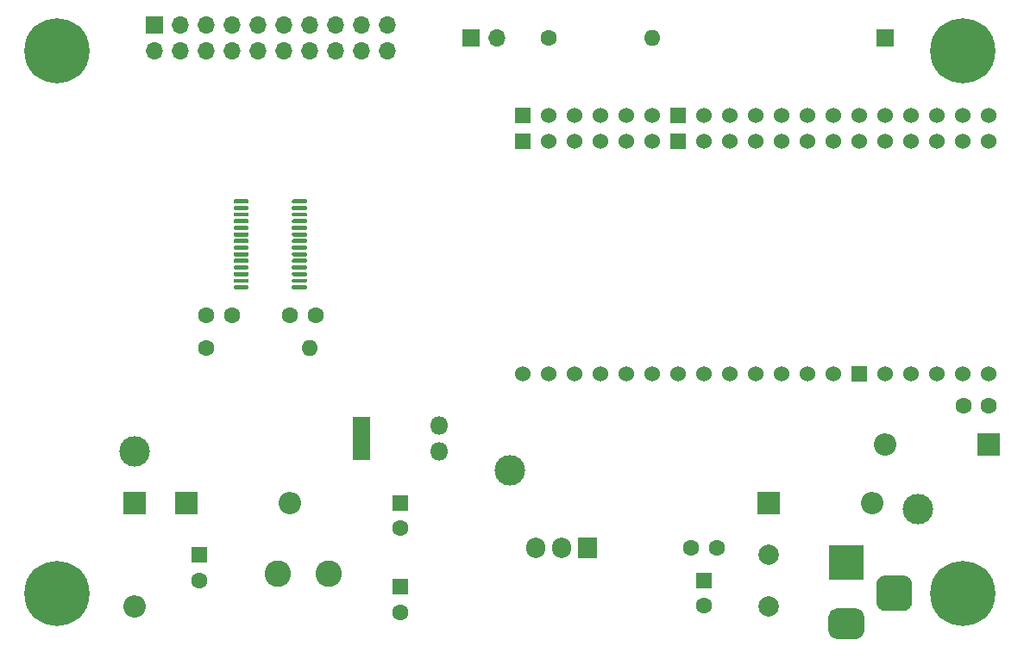
<source format=gts>
G04 #@! TF.GenerationSoftware,KiCad,Pcbnew,(5.1.10)-1*
G04 #@! TF.CreationDate,2021-09-26T16:33:56-04:00*
G04 #@! TF.ProjectId,schematics_main,73636865-6d61-4746-9963-735f6d61696e,rev?*
G04 #@! TF.SameCoordinates,Original*
G04 #@! TF.FileFunction,Soldermask,Top*
G04 #@! TF.FilePolarity,Negative*
%FSLAX46Y46*%
G04 Gerber Fmt 4.6, Leading zero omitted, Abs format (unit mm)*
G04 Created by KiCad (PCBNEW (5.1.10)-1) date 2021-09-26 16:33:56*
%MOMM*%
%LPD*%
G01*
G04 APERTURE LIST*
%ADD10R,1.524000X1.524000*%
%ADD11C,1.524000*%
%ADD12R,1.800000X1.800000*%
%ADD13O,1.800000X1.800000*%
%ADD14R,1.800000X2.800000*%
%ADD15R,1.700000X1.700000*%
%ADD16O,1.700000X1.700000*%
%ADD17C,2.600000*%
%ADD18O,1.905000X2.000000*%
%ADD19R,1.905000X2.000000*%
%ADD20C,1.600000*%
%ADD21O,1.600000X1.600000*%
%ADD22O,2.200000X2.200000*%
%ADD23R,2.200000X2.200000*%
%ADD24C,3.000000*%
%ADD25C,6.400000*%
%ADD26C,2.000000*%
%ADD27R,3.500000X3.500000*%
%ADD28R,1.600000X1.600000*%
G04 APERTURE END LIST*
D10*
X220980000Y-100965000D03*
X205740000Y-100965000D03*
D11*
X210820000Y-100965000D03*
X218440000Y-100965000D03*
X208280000Y-100965000D03*
X223520000Y-100965000D03*
X215900000Y-100965000D03*
X213360000Y-100965000D03*
X226060000Y-100965000D03*
X228600000Y-100965000D03*
X236220000Y-100965000D03*
X241300000Y-100965000D03*
X238760000Y-100965000D03*
X233680000Y-100965000D03*
X231140000Y-100965000D03*
X251460000Y-100965000D03*
X248920000Y-100965000D03*
X246380000Y-100965000D03*
X243840000Y-100965000D03*
X251460000Y-126365000D03*
X248920000Y-126365000D03*
X246380000Y-126365000D03*
X243840000Y-126365000D03*
X241300000Y-126365000D03*
D10*
X238760000Y-126365000D03*
D11*
X236220000Y-126365000D03*
X233680000Y-126365000D03*
X231140000Y-126365000D03*
X228600000Y-126365000D03*
X226060000Y-126365000D03*
X223520000Y-126365000D03*
X220980000Y-126365000D03*
X218440000Y-126365000D03*
X215900000Y-126365000D03*
X213360000Y-126365000D03*
X210820000Y-126365000D03*
X208280000Y-126365000D03*
X205740000Y-126365000D03*
X251460000Y-103505000D03*
X248920000Y-103505000D03*
X223520000Y-103505000D03*
X238760000Y-103505000D03*
X226060000Y-103505000D03*
X228600000Y-103505000D03*
X218440000Y-103505000D03*
X210820000Y-103505000D03*
X233680000Y-103505000D03*
X243840000Y-103505000D03*
X208280000Y-103505000D03*
X246380000Y-103505000D03*
X231140000Y-103505000D03*
X241300000Y-103505000D03*
X213360000Y-103505000D03*
D10*
X205740000Y-103505000D03*
D11*
X215900000Y-103505000D03*
X236220000Y-103505000D03*
D10*
X220980000Y-103505000D03*
D12*
X189865000Y-131445000D03*
D13*
X197485000Y-133985000D03*
D14*
X189865000Y-133485000D03*
D13*
X197485000Y-131445000D03*
D15*
X241300000Y-93345000D03*
D16*
X203200000Y-93345000D03*
D15*
X200660000Y-93345000D03*
D17*
X181690000Y-146050000D03*
X186690000Y-146050000D03*
D18*
X207010000Y-143510000D03*
X209550000Y-143510000D03*
D19*
X212090000Y-143510000D03*
D20*
X248960000Y-129540000D03*
X251460000Y-129540000D03*
D21*
X184785000Y-123825000D03*
D20*
X174625000Y-123825000D03*
D21*
X218440000Y-93345000D03*
D20*
X208280000Y-93345000D03*
D22*
X167640000Y-149225000D03*
D23*
X167640000Y-139065000D03*
D22*
X182880000Y-139065000D03*
D23*
X172720000Y-139065000D03*
D22*
X240030000Y-139065000D03*
D23*
X229870000Y-139065000D03*
D22*
X241300000Y-133350000D03*
D23*
X251460000Y-133350000D03*
D16*
X192405000Y-94615000D03*
X192405000Y-92075000D03*
X189865000Y-94615000D03*
X189865000Y-92075000D03*
X187325000Y-94615000D03*
X187325000Y-92075000D03*
X184785000Y-94615000D03*
X184785000Y-92075000D03*
X182245000Y-94615000D03*
X182245000Y-92075000D03*
X179705000Y-94615000D03*
X179705000Y-92075000D03*
X177165000Y-94615000D03*
X177165000Y-92075000D03*
X174625000Y-94615000D03*
X174625000Y-92075000D03*
X172085000Y-94615000D03*
X172085000Y-92075000D03*
X169545000Y-94615000D03*
D15*
X169545000Y-92075000D03*
G36*
G01*
X183080000Y-109540000D02*
X183080000Y-109340000D01*
G75*
G02*
X183180000Y-109240000I100000J0D01*
G01*
X184455000Y-109240000D01*
G75*
G02*
X184555000Y-109340000I0J-100000D01*
G01*
X184555000Y-109540000D01*
G75*
G02*
X184455000Y-109640000I-100000J0D01*
G01*
X183180000Y-109640000D01*
G75*
G02*
X183080000Y-109540000I0J100000D01*
G01*
G37*
G36*
G01*
X183080000Y-110190000D02*
X183080000Y-109990000D01*
G75*
G02*
X183180000Y-109890000I100000J0D01*
G01*
X184455000Y-109890000D01*
G75*
G02*
X184555000Y-109990000I0J-100000D01*
G01*
X184555000Y-110190000D01*
G75*
G02*
X184455000Y-110290000I-100000J0D01*
G01*
X183180000Y-110290000D01*
G75*
G02*
X183080000Y-110190000I0J100000D01*
G01*
G37*
G36*
G01*
X183080000Y-110840000D02*
X183080000Y-110640000D01*
G75*
G02*
X183180000Y-110540000I100000J0D01*
G01*
X184455000Y-110540000D01*
G75*
G02*
X184555000Y-110640000I0J-100000D01*
G01*
X184555000Y-110840000D01*
G75*
G02*
X184455000Y-110940000I-100000J0D01*
G01*
X183180000Y-110940000D01*
G75*
G02*
X183080000Y-110840000I0J100000D01*
G01*
G37*
G36*
G01*
X183080000Y-111490000D02*
X183080000Y-111290000D01*
G75*
G02*
X183180000Y-111190000I100000J0D01*
G01*
X184455000Y-111190000D01*
G75*
G02*
X184555000Y-111290000I0J-100000D01*
G01*
X184555000Y-111490000D01*
G75*
G02*
X184455000Y-111590000I-100000J0D01*
G01*
X183180000Y-111590000D01*
G75*
G02*
X183080000Y-111490000I0J100000D01*
G01*
G37*
G36*
G01*
X183080000Y-112140000D02*
X183080000Y-111940000D01*
G75*
G02*
X183180000Y-111840000I100000J0D01*
G01*
X184455000Y-111840000D01*
G75*
G02*
X184555000Y-111940000I0J-100000D01*
G01*
X184555000Y-112140000D01*
G75*
G02*
X184455000Y-112240000I-100000J0D01*
G01*
X183180000Y-112240000D01*
G75*
G02*
X183080000Y-112140000I0J100000D01*
G01*
G37*
G36*
G01*
X183080000Y-112790000D02*
X183080000Y-112590000D01*
G75*
G02*
X183180000Y-112490000I100000J0D01*
G01*
X184455000Y-112490000D01*
G75*
G02*
X184555000Y-112590000I0J-100000D01*
G01*
X184555000Y-112790000D01*
G75*
G02*
X184455000Y-112890000I-100000J0D01*
G01*
X183180000Y-112890000D01*
G75*
G02*
X183080000Y-112790000I0J100000D01*
G01*
G37*
G36*
G01*
X183080000Y-113440000D02*
X183080000Y-113240000D01*
G75*
G02*
X183180000Y-113140000I100000J0D01*
G01*
X184455000Y-113140000D01*
G75*
G02*
X184555000Y-113240000I0J-100000D01*
G01*
X184555000Y-113440000D01*
G75*
G02*
X184455000Y-113540000I-100000J0D01*
G01*
X183180000Y-113540000D01*
G75*
G02*
X183080000Y-113440000I0J100000D01*
G01*
G37*
G36*
G01*
X183080000Y-114090000D02*
X183080000Y-113890000D01*
G75*
G02*
X183180000Y-113790000I100000J0D01*
G01*
X184455000Y-113790000D01*
G75*
G02*
X184555000Y-113890000I0J-100000D01*
G01*
X184555000Y-114090000D01*
G75*
G02*
X184455000Y-114190000I-100000J0D01*
G01*
X183180000Y-114190000D01*
G75*
G02*
X183080000Y-114090000I0J100000D01*
G01*
G37*
G36*
G01*
X183080000Y-114740000D02*
X183080000Y-114540000D01*
G75*
G02*
X183180000Y-114440000I100000J0D01*
G01*
X184455000Y-114440000D01*
G75*
G02*
X184555000Y-114540000I0J-100000D01*
G01*
X184555000Y-114740000D01*
G75*
G02*
X184455000Y-114840000I-100000J0D01*
G01*
X183180000Y-114840000D01*
G75*
G02*
X183080000Y-114740000I0J100000D01*
G01*
G37*
G36*
G01*
X183080000Y-115390000D02*
X183080000Y-115190000D01*
G75*
G02*
X183180000Y-115090000I100000J0D01*
G01*
X184455000Y-115090000D01*
G75*
G02*
X184555000Y-115190000I0J-100000D01*
G01*
X184555000Y-115390000D01*
G75*
G02*
X184455000Y-115490000I-100000J0D01*
G01*
X183180000Y-115490000D01*
G75*
G02*
X183080000Y-115390000I0J100000D01*
G01*
G37*
G36*
G01*
X183080000Y-116040000D02*
X183080000Y-115840000D01*
G75*
G02*
X183180000Y-115740000I100000J0D01*
G01*
X184455000Y-115740000D01*
G75*
G02*
X184555000Y-115840000I0J-100000D01*
G01*
X184555000Y-116040000D01*
G75*
G02*
X184455000Y-116140000I-100000J0D01*
G01*
X183180000Y-116140000D01*
G75*
G02*
X183080000Y-116040000I0J100000D01*
G01*
G37*
G36*
G01*
X183080000Y-116690000D02*
X183080000Y-116490000D01*
G75*
G02*
X183180000Y-116390000I100000J0D01*
G01*
X184455000Y-116390000D01*
G75*
G02*
X184555000Y-116490000I0J-100000D01*
G01*
X184555000Y-116690000D01*
G75*
G02*
X184455000Y-116790000I-100000J0D01*
G01*
X183180000Y-116790000D01*
G75*
G02*
X183080000Y-116690000I0J100000D01*
G01*
G37*
G36*
G01*
X183080000Y-117340000D02*
X183080000Y-117140000D01*
G75*
G02*
X183180000Y-117040000I100000J0D01*
G01*
X184455000Y-117040000D01*
G75*
G02*
X184555000Y-117140000I0J-100000D01*
G01*
X184555000Y-117340000D01*
G75*
G02*
X184455000Y-117440000I-100000J0D01*
G01*
X183180000Y-117440000D01*
G75*
G02*
X183080000Y-117340000I0J100000D01*
G01*
G37*
G36*
G01*
X183080000Y-117990000D02*
X183080000Y-117790000D01*
G75*
G02*
X183180000Y-117690000I100000J0D01*
G01*
X184455000Y-117690000D01*
G75*
G02*
X184555000Y-117790000I0J-100000D01*
G01*
X184555000Y-117990000D01*
G75*
G02*
X184455000Y-118090000I-100000J0D01*
G01*
X183180000Y-118090000D01*
G75*
G02*
X183080000Y-117990000I0J100000D01*
G01*
G37*
G36*
G01*
X177355000Y-117990000D02*
X177355000Y-117790000D01*
G75*
G02*
X177455000Y-117690000I100000J0D01*
G01*
X178730000Y-117690000D01*
G75*
G02*
X178830000Y-117790000I0J-100000D01*
G01*
X178830000Y-117990000D01*
G75*
G02*
X178730000Y-118090000I-100000J0D01*
G01*
X177455000Y-118090000D01*
G75*
G02*
X177355000Y-117990000I0J100000D01*
G01*
G37*
G36*
G01*
X177355000Y-117340000D02*
X177355000Y-117140000D01*
G75*
G02*
X177455000Y-117040000I100000J0D01*
G01*
X178730000Y-117040000D01*
G75*
G02*
X178830000Y-117140000I0J-100000D01*
G01*
X178830000Y-117340000D01*
G75*
G02*
X178730000Y-117440000I-100000J0D01*
G01*
X177455000Y-117440000D01*
G75*
G02*
X177355000Y-117340000I0J100000D01*
G01*
G37*
G36*
G01*
X177355000Y-116690000D02*
X177355000Y-116490000D01*
G75*
G02*
X177455000Y-116390000I100000J0D01*
G01*
X178730000Y-116390000D01*
G75*
G02*
X178830000Y-116490000I0J-100000D01*
G01*
X178830000Y-116690000D01*
G75*
G02*
X178730000Y-116790000I-100000J0D01*
G01*
X177455000Y-116790000D01*
G75*
G02*
X177355000Y-116690000I0J100000D01*
G01*
G37*
G36*
G01*
X177355000Y-116040000D02*
X177355000Y-115840000D01*
G75*
G02*
X177455000Y-115740000I100000J0D01*
G01*
X178730000Y-115740000D01*
G75*
G02*
X178830000Y-115840000I0J-100000D01*
G01*
X178830000Y-116040000D01*
G75*
G02*
X178730000Y-116140000I-100000J0D01*
G01*
X177455000Y-116140000D01*
G75*
G02*
X177355000Y-116040000I0J100000D01*
G01*
G37*
G36*
G01*
X177355000Y-115390000D02*
X177355000Y-115190000D01*
G75*
G02*
X177455000Y-115090000I100000J0D01*
G01*
X178730000Y-115090000D01*
G75*
G02*
X178830000Y-115190000I0J-100000D01*
G01*
X178830000Y-115390000D01*
G75*
G02*
X178730000Y-115490000I-100000J0D01*
G01*
X177455000Y-115490000D01*
G75*
G02*
X177355000Y-115390000I0J100000D01*
G01*
G37*
G36*
G01*
X177355000Y-114740000D02*
X177355000Y-114540000D01*
G75*
G02*
X177455000Y-114440000I100000J0D01*
G01*
X178730000Y-114440000D01*
G75*
G02*
X178830000Y-114540000I0J-100000D01*
G01*
X178830000Y-114740000D01*
G75*
G02*
X178730000Y-114840000I-100000J0D01*
G01*
X177455000Y-114840000D01*
G75*
G02*
X177355000Y-114740000I0J100000D01*
G01*
G37*
G36*
G01*
X177355000Y-114090000D02*
X177355000Y-113890000D01*
G75*
G02*
X177455000Y-113790000I100000J0D01*
G01*
X178730000Y-113790000D01*
G75*
G02*
X178830000Y-113890000I0J-100000D01*
G01*
X178830000Y-114090000D01*
G75*
G02*
X178730000Y-114190000I-100000J0D01*
G01*
X177455000Y-114190000D01*
G75*
G02*
X177355000Y-114090000I0J100000D01*
G01*
G37*
G36*
G01*
X177355000Y-113440000D02*
X177355000Y-113240000D01*
G75*
G02*
X177455000Y-113140000I100000J0D01*
G01*
X178730000Y-113140000D01*
G75*
G02*
X178830000Y-113240000I0J-100000D01*
G01*
X178830000Y-113440000D01*
G75*
G02*
X178730000Y-113540000I-100000J0D01*
G01*
X177455000Y-113540000D01*
G75*
G02*
X177355000Y-113440000I0J100000D01*
G01*
G37*
G36*
G01*
X177355000Y-112790000D02*
X177355000Y-112590000D01*
G75*
G02*
X177455000Y-112490000I100000J0D01*
G01*
X178730000Y-112490000D01*
G75*
G02*
X178830000Y-112590000I0J-100000D01*
G01*
X178830000Y-112790000D01*
G75*
G02*
X178730000Y-112890000I-100000J0D01*
G01*
X177455000Y-112890000D01*
G75*
G02*
X177355000Y-112790000I0J100000D01*
G01*
G37*
G36*
G01*
X177355000Y-112140000D02*
X177355000Y-111940000D01*
G75*
G02*
X177455000Y-111840000I100000J0D01*
G01*
X178730000Y-111840000D01*
G75*
G02*
X178830000Y-111940000I0J-100000D01*
G01*
X178830000Y-112140000D01*
G75*
G02*
X178730000Y-112240000I-100000J0D01*
G01*
X177455000Y-112240000D01*
G75*
G02*
X177355000Y-112140000I0J100000D01*
G01*
G37*
G36*
G01*
X177355000Y-111490000D02*
X177355000Y-111290000D01*
G75*
G02*
X177455000Y-111190000I100000J0D01*
G01*
X178730000Y-111190000D01*
G75*
G02*
X178830000Y-111290000I0J-100000D01*
G01*
X178830000Y-111490000D01*
G75*
G02*
X178730000Y-111590000I-100000J0D01*
G01*
X177455000Y-111590000D01*
G75*
G02*
X177355000Y-111490000I0J100000D01*
G01*
G37*
G36*
G01*
X177355000Y-110840000D02*
X177355000Y-110640000D01*
G75*
G02*
X177455000Y-110540000I100000J0D01*
G01*
X178730000Y-110540000D01*
G75*
G02*
X178830000Y-110640000I0J-100000D01*
G01*
X178830000Y-110840000D01*
G75*
G02*
X178730000Y-110940000I-100000J0D01*
G01*
X177455000Y-110940000D01*
G75*
G02*
X177355000Y-110840000I0J100000D01*
G01*
G37*
G36*
G01*
X177355000Y-110190000D02*
X177355000Y-109990000D01*
G75*
G02*
X177455000Y-109890000I100000J0D01*
G01*
X178730000Y-109890000D01*
G75*
G02*
X178830000Y-109990000I0J-100000D01*
G01*
X178830000Y-110190000D01*
G75*
G02*
X178730000Y-110290000I-100000J0D01*
G01*
X177455000Y-110290000D01*
G75*
G02*
X177355000Y-110190000I0J100000D01*
G01*
G37*
G36*
G01*
X177355000Y-109540000D02*
X177355000Y-109340000D01*
G75*
G02*
X177455000Y-109240000I100000J0D01*
G01*
X178730000Y-109240000D01*
G75*
G02*
X178830000Y-109340000I0J-100000D01*
G01*
X178830000Y-109540000D01*
G75*
G02*
X178730000Y-109640000I-100000J0D01*
G01*
X177455000Y-109640000D01*
G75*
G02*
X177355000Y-109540000I0J100000D01*
G01*
G37*
D24*
X204470000Y-135890000D03*
X244475000Y-139700000D03*
X167640000Y-133985000D03*
D25*
X248920000Y-147955000D03*
X160020000Y-147955000D03*
X160020000Y-94615000D03*
X248920000Y-94615000D03*
D26*
X229870000Y-149225000D03*
X229880000Y-144145000D03*
G36*
G01*
X243065000Y-149705000D02*
X241315000Y-149705000D01*
G75*
G02*
X240440000Y-148830000I0J875000D01*
G01*
X240440000Y-147080000D01*
G75*
G02*
X241315000Y-146205000I875000J0D01*
G01*
X243065000Y-146205000D01*
G75*
G02*
X243940000Y-147080000I0J-875000D01*
G01*
X243940000Y-148830000D01*
G75*
G02*
X243065000Y-149705000I-875000J0D01*
G01*
G37*
G36*
G01*
X238490000Y-152455000D02*
X236490000Y-152455000D01*
G75*
G02*
X235740000Y-151705000I0J750000D01*
G01*
X235740000Y-150205000D01*
G75*
G02*
X236490000Y-149455000I750000J0D01*
G01*
X238490000Y-149455000D01*
G75*
G02*
X239240000Y-150205000I0J-750000D01*
G01*
X239240000Y-151705000D01*
G75*
G02*
X238490000Y-152455000I-750000J0D01*
G01*
G37*
D27*
X237490000Y-144955000D03*
D20*
X174665000Y-120650000D03*
X177165000Y-120650000D03*
X173990000Y-146685000D03*
D28*
X173990000Y-144185000D03*
X193675000Y-147320000D03*
D20*
X193675000Y-149820000D03*
X185380000Y-120650000D03*
X182880000Y-120650000D03*
X193675000Y-141565000D03*
D28*
X193675000Y-139065000D03*
X223520000Y-146685000D03*
D20*
X223520000Y-149185000D03*
X224750000Y-143510000D03*
X222250000Y-143510000D03*
M02*

</source>
